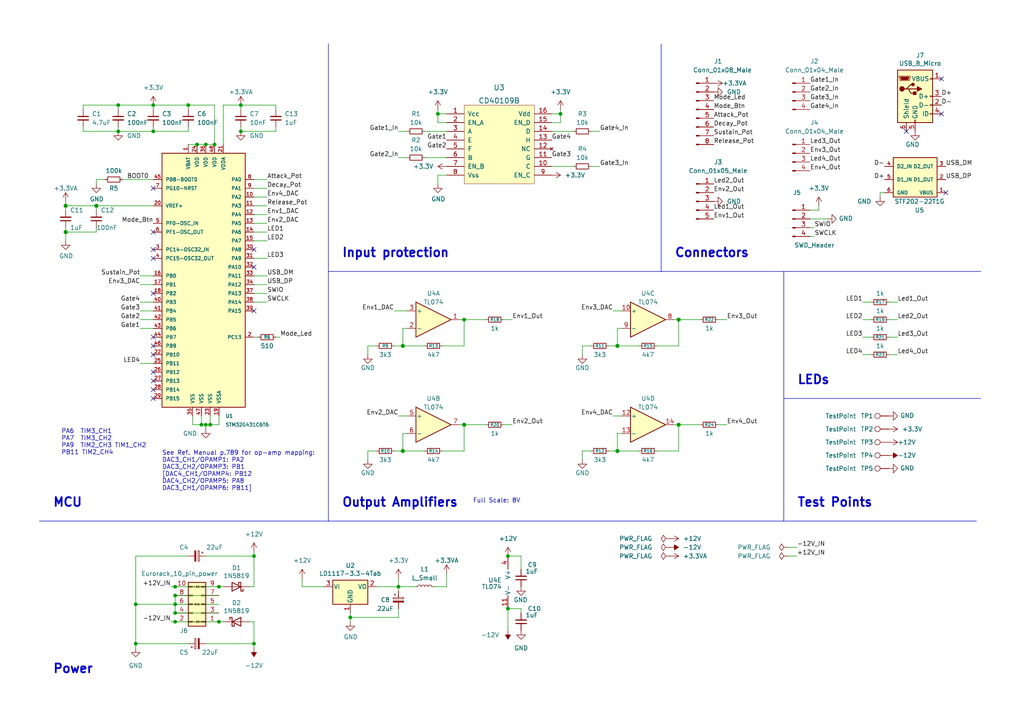
<source format=kicad_sch>
(kicad_sch (version 20230121) (generator eeschema)
  (paper "A4")
  (title_block (title "QuadEnv") (date "2023-10-26") (rev "3.0") (company "Mountjoy Modular"))
  (junction (at 19.05 59.69) (diameter 1.016))
  (junction (at 147.32 161.29))
  (junction (at 34.29 30.48))
  (junction (at 54.61 30.48))
  (junction (at 69.85 38.1))
  (junction (at 60.96 123.19))
  (junction (at 50.8 177.8))
  (junction (at 63.5 170.18))
  (junction (at 57.15 41.91))
  (junction (at 115.57 170.18))
  (junction (at 50.8 180.34))
  (junction (at 50.8 170.18))
  (junction (at 58.42 123.19))
  (junction (at 27.94 59.69) (diameter 1.016))
  (junction (at 39.37 186.69))
  (junction (at 134.62 92.71) (diameter 0.9144))
  (junction (at 59.69 123.19))
  (junction (at 44.45 38.1))
  (junction (at 59.69 41.91))
  (junction (at 50.8 175.26))
  (junction (at 34.29 38.1))
  (junction (at 73.66 161.29))
  (junction (at 69.85 30.48))
  (junction (at 39.37 175.26))
  (junction (at 50.8 172.72))
  (junction (at 179.07 130.81) (diameter 1.016))
  (junction (at 134.62 123.19) (diameter 1.016))
  (junction (at 196.85 123.19) (diameter 1.016))
  (junction (at 127 33.02))
  (junction (at 62.23 41.91))
  (junction (at 44.45 30.48))
  (junction (at 101.6 179.07))
  (junction (at 179.07 100.33) (diameter 1.016))
  (junction (at 19.05 67.31) (diameter 1.016))
  (junction (at 73.66 186.69))
  (junction (at 162.56 33.02))
  (junction (at 147.32 176.53))
  (junction (at 196.85 92.71) (diameter 1.016))
  (junction (at 116.84 100.33) (diameter 1.016))
  (junction (at 63.5 180.34))
  (junction (at 116.84 130.81) (diameter 1.016))
  (no_connect (at 44.45 85.09))
  (no_connect (at 44.45 74.93))
  (no_connect (at 44.45 97.79))
  (no_connect (at 44.45 102.87))
  (no_connect (at 73.66 72.39))
  (no_connect (at 44.45 107.95))
  (no_connect (at 274.32 55.88))
  (no_connect (at 44.45 67.31))
  (no_connect (at 44.45 110.49))
  (no_connect (at 44.45 100.33))
  (no_connect (at 273.05 22.86))
  (no_connect (at 273.05 33.02))
  (no_connect (at 44.45 113.03))
  (no_connect (at 73.66 77.47))
  (no_connect (at 44.45 54.61))
  (no_connect (at 73.66 90.17))
  (no_connect (at 44.45 72.39))
  (no_connect (at 262.89 38.1))
  (no_connect (at 44.45 115.57))
  (wire (pts (xy 19.05 58.42) (xy 19.05 59.69)))
  (wire (pts (xy 162.56 33.02) (xy 160.02 33.02)))
  (wire (pts (xy 190.5 100.33) (xy 196.85 100.33)))
  (wire (pts (xy 73.66 57.15) (xy 77.47 57.15)))
  (wire (pts (xy 81.28 97.79) (xy 80.01 97.79)))
  (wire (pts (xy 73.66 52.07) (xy 77.47 52.07)))
  (wire (pts (xy 180.34 90.17) (xy 177.8 90.17)))
  (wire (pts (xy 166.37 48.26) (xy 160.02 48.26)))
  (wire (pts (xy 27.94 52.07) (xy 30.48 52.07)))
  (wire (pts (xy 250.19 102.87) (xy 252.73 102.87)))
  (wire (pts (xy 19.05 67.31) (xy 19.05 69.85)))
  (wire (pts (xy 257.81 92.71) (xy 260.35 92.71)))
  (wire (pts (xy 59.69 41.91) (xy 62.23 41.91)))
  (wire (pts (xy 24.13 30.48) (xy 34.29 30.48)))
  (wire (pts (xy 59.69 123.19) (xy 59.69 124.46)))
  (wire (pts (xy 123.19 38.1) (xy 129.54 38.1)))
  (wire (pts (xy 115.57 45.72) (xy 118.11 45.72)))
  (wire (pts (xy 166.37 38.1) (xy 160.02 38.1)))
  (wire (pts (xy 195.58 92.71) (xy 196.85 92.71)))
  (wire (pts (xy 116.84 95.25) (xy 118.11 95.25)))
  (wire (pts (xy 257.81 102.87) (xy 260.35 102.87)))
  (wire (pts (xy 35.56 52.07) (xy 44.45 52.07)))
  (wire (pts (xy 62.23 41.91) (xy 62.23 30.48)))
  (wire (pts (xy 133.35 123.19) (xy 134.62 123.19)))
  (wire (pts (xy 34.29 30.48) (xy 34.29 31.75)))
  (wire (pts (xy 250.19 87.63) (xy 252.73 87.63)))
  (wire (pts (xy 55.88 120.65) (xy 55.88 123.19)))
  (wire (pts (xy 73.66 85.09) (xy 77.47 85.09)))
  (wire (pts (xy 129.54 35.56) (xy 127 35.56)))
  (polyline (pts (xy 95.25 151.13) (xy 283.21 151.13)))
  (wire (pts (xy 73.66 62.23) (xy 77.47 62.23)))
  (wire (pts (xy 39.37 187.96) (xy 39.37 186.69)))
  (wire (pts (xy 106.68 100.33) (xy 106.68 102.87)))
  (wire (pts (xy 73.66 74.93) (xy 77.47 74.93)))
  (wire (pts (xy 54.61 36.83) (xy 54.61 38.1)))
  (wire (pts (xy 176.53 100.33) (xy 179.07 100.33)))
  (wire (pts (xy 24.13 36.83) (xy 24.13 38.1)))
  (wire (pts (xy 106.68 130.81) (xy 106.68 133.35)))
  (wire (pts (xy 115.57 176.53) (xy 115.57 179.07)))
  (wire (pts (xy 63.5 172.72) (xy 50.8 172.72)))
  (wire (pts (xy 69.85 36.83) (xy 69.85 38.1)))
  (wire (pts (xy 24.13 31.75) (xy 24.13 30.48)))
  (wire (pts (xy 176.53 130.81) (xy 179.07 130.81)))
  (wire (pts (xy 73.66 180.34) (xy 73.66 186.69)))
  (wire (pts (xy 127 53.34) (xy 127 50.8)))
  (wire (pts (xy 72.39 180.34) (xy 73.66 180.34)))
  (wire (pts (xy 50.8 175.26) (xy 50.8 177.8)))
  (wire (pts (xy 168.91 130.81) (xy 168.91 133.35)))
  (wire (pts (xy 80.01 36.83) (xy 80.01 38.1)))
  (wire (pts (xy 87.63 167.64) (xy 87.63 170.18)))
  (wire (pts (xy 19.05 66.04) (xy 19.05 67.31)))
  (wire (pts (xy 69.85 31.75) (xy 69.85 30.48)))
  (wire (pts (xy 80.01 31.75) (xy 80.01 30.48)))
  (wire (pts (xy 255.27 55.88) (xy 256.54 55.88)))
  (wire (pts (xy 208.28 123.19) (xy 210.82 123.19)))
  (wire (pts (xy 127 31.75) (xy 127 33.02)))
  (wire (pts (xy 63.5 177.8) (xy 50.8 177.8)))
  (wire (pts (xy 179.07 130.81) (xy 179.07 125.73)))
  (wire (pts (xy 73.66 160.02) (xy 73.66 161.29)))
  (wire (pts (xy 39.37 175.26) (xy 39.37 186.69)))
  (wire (pts (xy 234.95 63.5) (xy 240.03 63.5)))
  (wire (pts (xy 195.58 123.19) (xy 196.85 123.19)))
  (wire (pts (xy 116.84 130.81) (xy 123.19 130.81)))
  (wire (pts (xy 73.66 67.31) (xy 77.47 67.31)))
  (wire (pts (xy 151.13 176.53) (xy 147.32 176.53)))
  (wire (pts (xy 34.29 38.1) (xy 44.45 38.1)))
  (wire (pts (xy 208.28 92.71) (xy 210.82 92.71)))
  (wire (pts (xy 44.45 30.48) (xy 44.45 31.75)))
  (wire (pts (xy 127 33.02) (xy 129.54 33.02)))
  (wire (pts (xy 101.6 179.07) (xy 101.6 180.34)))
  (wire (pts (xy 179.07 125.73) (xy 180.34 125.73)))
  (wire (pts (xy 39.37 175.26) (xy 50.8 175.26)))
  (wire (pts (xy 173.99 38.1) (xy 171.45 38.1)))
  (wire (pts (xy 116.84 100.33) (xy 116.84 95.25)))
  (wire (pts (xy 147.32 176.53) (xy 147.32 182.88)))
  (wire (pts (xy 40.64 87.63) (xy 44.45 87.63)))
  (wire (pts (xy 73.66 170.18) (xy 73.66 161.29)))
  (wire (pts (xy 179.07 100.33) (xy 185.42 100.33)))
  (wire (pts (xy 196.85 123.19) (xy 203.2 123.19)))
  (wire (pts (xy 27.94 59.69) (xy 27.94 60.96)))
  (wire (pts (xy 27.94 53.34) (xy 27.94 52.07)))
  (wire (pts (xy 127 35.56) (xy 127 33.02)))
  (wire (pts (xy 73.66 80.01) (xy 77.47 80.01)))
  (wire (pts (xy 234.95 66.04) (xy 236.22 66.04)))
  (wire (pts (xy 19.05 59.69) (xy 27.94 59.69)))
  (wire (pts (xy 44.45 38.1) (xy 54.61 38.1)))
  (wire (pts (xy 44.45 36.83) (xy 44.45 38.1)))
  (polyline (pts (xy 227.33 115.57) (xy 284.48 115.57)))
  (wire (pts (xy 151.13 161.29) (xy 151.13 165.1)))
  (wire (pts (xy 115.57 38.1) (xy 118.11 38.1)))
  (wire (pts (xy 73.66 64.77) (xy 77.47 64.77)))
  (wire (pts (xy 57.15 41.91) (xy 59.69 41.91)))
  (wire (pts (xy 134.62 130.81) (xy 134.62 123.19)))
  (wire (pts (xy 73.66 54.61) (xy 77.47 54.61)))
  (wire (pts (xy 116.84 130.81) (xy 116.84 125.73)))
  (wire (pts (xy 40.64 80.01) (xy 44.45 80.01)))
  (wire (pts (xy 234.95 60.96) (xy 237.49 60.96)))
  (wire (pts (xy 34.29 36.83) (xy 34.29 38.1)))
  (wire (pts (xy 146.05 92.71) (xy 148.59 92.71)))
  (wire (pts (xy 106.68 100.33) (xy 109.22 100.33)))
  (wire (pts (xy 114.3 100.33) (xy 116.84 100.33)))
  (wire (pts (xy 40.64 92.71) (xy 44.45 92.71)))
  (wire (pts (xy 236.22 68.58) (xy 234.95 68.58)))
  (wire (pts (xy 60.96 123.19) (xy 63.5 123.19)))
  (wire (pts (xy 134.62 100.33) (xy 134.62 92.71)))
  (wire (pts (xy 64.77 41.91) (xy 64.77 30.48)))
  (wire (pts (xy 27.94 59.69) (xy 44.45 59.69)))
  (wire (pts (xy 133.35 92.71) (xy 134.62 92.71)))
  (polyline (pts (xy 11.43 151.13) (xy 95.25 151.13)))
  (wire (pts (xy 109.22 170.18) (xy 115.57 170.18)))
  (wire (pts (xy 250.19 97.79) (xy 252.73 97.79)))
  (wire (pts (xy 64.77 30.48) (xy 69.85 30.48)))
  (wire (pts (xy 24.13 38.1) (xy 34.29 38.1)))
  (wire (pts (xy 44.45 82.55) (xy 40.64 82.55)))
  (wire (pts (xy 40.64 90.17) (xy 44.45 90.17)))
  (wire (pts (xy 134.62 123.19) (xy 140.97 123.19)))
  (wire (pts (xy 63.5 180.34) (xy 64.77 180.34)))
  (wire (pts (xy 58.42 120.65) (xy 58.42 123.19)))
  (wire (pts (xy 146.05 123.19) (xy 148.59 123.19)))
  (wire (pts (xy 49.53 180.34) (xy 50.8 180.34)))
  (wire (pts (xy 50.8 180.34) (xy 63.5 180.34)))
  (polyline (pts (xy 191.77 12.7) (xy 191.77 78.74)))
  (wire (pts (xy 50.8 170.18) (xy 63.5 170.18)))
  (wire (pts (xy 55.88 123.19) (xy 58.42 123.19)))
  (wire (pts (xy 54.61 30.48) (xy 62.23 30.48)))
  (wire (pts (xy 69.85 30.48) (xy 80.01 30.48)))
  (wire (pts (xy 180.34 120.65) (xy 177.8 120.65)))
  (wire (pts (xy 49.53 170.18) (xy 50.8 170.18)))
  (wire (pts (xy 196.85 100.33) (xy 196.85 92.71)))
  (wire (pts (xy 115.57 170.18) (xy 120.65 170.18)))
  (wire (pts (xy 114.3 130.81) (xy 116.84 130.81)))
  (wire (pts (xy 60.96 120.65) (xy 60.96 123.19)))
  (wire (pts (xy 179.07 95.25) (xy 180.34 95.25)))
  (wire (pts (xy 19.05 67.31) (xy 27.94 67.31)))
  (wire (pts (xy 39.37 161.29) (xy 39.37 175.26)))
  (wire (pts (xy 63.5 170.18) (xy 64.77 170.18)))
  (wire (pts (xy 59.69 186.69) (xy 73.66 186.69)))
  (wire (pts (xy 40.64 105.41) (xy 44.45 105.41)))
  (wire (pts (xy 87.63 170.18) (xy 93.98 170.18)))
  (wire (pts (xy 39.37 161.29) (xy 54.61 161.29)))
  (wire (pts (xy 160.02 35.56) (xy 162.56 35.56)))
  (wire (pts (xy 101.6 177.8) (xy 101.6 179.07)))
  (wire (pts (xy 114.3 90.17) (xy 118.11 90.17)))
  (wire (pts (xy 101.6 179.07) (xy 115.57 179.07)))
  (wire (pts (xy 118.11 120.65) (xy 115.57 120.65)))
  (wire (pts (xy 106.68 130.81) (xy 109.22 130.81)))
  (polyline (pts (xy 227.33 78.74) (xy 227.33 151.13)))
  (wire (pts (xy 128.27 130.81) (xy 134.62 130.81)))
  (wire (pts (xy 179.07 100.33) (xy 179.07 95.25)))
  (wire (pts (xy 134.62 92.71) (xy 140.97 92.71)))
  (polyline (pts (xy 191.77 78.74) (xy 95.25 78.74)))
  (wire (pts (xy 162.56 35.56) (xy 162.56 33.02)))
  (wire (pts (xy 151.13 176.53) (xy 151.13 177.8)))
  (wire (pts (xy 50.8 175.26) (xy 63.5 175.26)))
  (wire (pts (xy 129.54 170.18) (xy 129.54 166.37)))
  (wire (pts (xy 125.73 170.18) (xy 129.54 170.18)))
  (wire (pts (xy 50.8 172.72) (xy 50.8 175.26)))
  (wire (pts (xy 115.57 171.45) (xy 115.57 170.18)))
  (wire (pts (xy 147.32 161.29) (xy 151.13 161.29)))
  (wire (pts (xy 196.85 92.71) (xy 203.2 92.71)))
  (wire (pts (xy 190.5 130.81) (xy 196.85 130.81)))
  (wire (pts (xy 168.91 130.81) (xy 171.45 130.81)))
  (wire (pts (xy 162.56 31.75) (xy 162.56 33.02)))
  (polyline (pts (xy 95.25 12.7) (xy 95.25 151.13)))
  (wire (pts (xy 257.81 87.63) (xy 260.35 87.63)))
  (wire (pts (xy 168.91 100.33) (xy 168.91 102.87)))
  (wire (pts (xy 44.45 30.48) (xy 54.61 30.48)))
  (wire (pts (xy 173.99 48.26) (xy 171.45 48.26)))
  (wire (pts (xy 168.91 100.33) (xy 171.45 100.33)))
  (wire (pts (xy 237.49 60.96) (xy 237.49 59.69)))
  (wire (pts (xy 27.94 66.04) (xy 27.94 67.31)))
  (wire (pts (xy 40.64 95.25) (xy 44.45 95.25)))
  (wire (pts (xy 257.81 97.79) (xy 260.35 97.79)))
  (wire (pts (xy 54.61 41.91) (xy 57.15 41.91)))
  (wire (pts (xy 255.27 57.15) (xy 255.27 55.88)))
  (wire (pts (xy 34.29 30.48) (xy 44.45 30.48)))
  (wire (pts (xy 73.66 69.85) (xy 77.47 69.85)))
  (wire (pts (xy 74.93 97.79) (xy 73.66 97.79)))
  (wire (pts (xy 63.5 120.65) (xy 63.5 123.19)))
  (wire (pts (xy 59.69 161.29) (xy 73.66 161.29)))
  (wire (pts (xy 179.07 130.81) (xy 185.42 130.81)))
  (wire (pts (xy 73.66 59.69) (xy 77.47 59.69)))
  (wire (pts (xy 231.14 161.29) (xy 228.6 161.29)))
  (wire (pts (xy 72.39 170.18) (xy 73.66 170.18)))
  (wire (pts (xy 196.85 130.81) (xy 196.85 123.19)))
  (wire (pts (xy 127 50.8) (xy 129.54 50.8)))
  (wire (pts (xy 59.69 123.19) (xy 60.96 123.19)))
  (wire (pts (xy 73.66 82.55) (xy 77.47 82.55)))
  (wire (pts (xy 69.85 38.1) (xy 80.01 38.1)))
  (wire (pts (xy 58.42 123.19) (xy 59.69 123.19)))
  (wire (pts (xy 231.14 158.75) (xy 228.6 158.75)))
  (wire (pts (xy 73.66 186.69) (xy 73.66 187.96)))
  (wire (pts (xy 116.84 125.73) (xy 118.11 125.73)))
  (wire (pts (xy 123.19 45.72) (xy 129.54 45.72)))
  (polyline (pts (xy 191.77 78.74) (xy 284.48 78.74)))
  (wire (pts (xy 116.84 100.33) (xy 123.19 100.33)))
  (wire (pts (xy 73.66 87.63) (xy 77.47 87.63)))
  (wire (pts (xy 39.37 186.69) (xy 54.61 186.69)))
  (wire (pts (xy 128.27 100.33) (xy 134.62 100.33)))
  (wire (pts (xy 19.05 60.96) (xy 19.05 59.69)))
  (wire (pts (xy 54.61 30.48) (xy 54.61 31.75)))
  (wire (pts (xy 250.19 92.71) (xy 252.73 92.71)))
  (wire (pts (xy 115.57 167.64) (xy 115.57 170.18)))
  (text "See Ref. Manual p.789 for op-amp mapping:\nDAC3_CH1/OPAMP1: PA2\nDAC3_CH2/OPAMP3: PB1\n[DAC4_CH1/OPAMP4: PB12\nDAC4_CH2/OPAMP5: PA8\nDAC3_CH1/OPAMP6: PB11]\n\n\n\n" (at 46.99 148.59 0) (effects (font (size 1.27 1.27)) (justify left bottom)))
  (text "LEDs" (at 231.14 111.76 0) (effects (font (size 2.54 2.54) (thickness 0.508) bold) (justify left bottom)))
  (text "Full Scale: 8V" (at 137.16 146.05 0) (effects (font (size 1.27 1.27)) (justify left bottom)))
  (text "Output Amplifiers" (at 99.06 147.32 0) (effects (font (size 2.54 2.54) (thickness 0.508) bold) (justify left bottom)))
  (text "MCU" (at 15.24 147.32 0) (effects (font (size 2.54 2.54) (thickness 0.508) bold) (justify left bottom)))
  (text "Power" (at 15.24 195.58 0) (effects (font (size 2.54 2.54) (thickness 0.508) bold) (justify left bottom)))
  (text "Test Points" (at 231.14 147.32 0) (effects (font (size 2.54 2.54) (thickness 0.508) bold) (justify left bottom)))
  (text "PA6  TIM3_CH1\nPA7  TIM3_CH2\nPA9  TIM2_CH3 TIM1_CH2\nPB11 TIM2_CH4\n" (at 17.78 132.08 0) (effects (font (size 1.27 1.27)) (justify left bottom)))
  (text "Connectors" (at 195.58 74.93 0) (effects (font (size 2.54 2.54) (thickness 0.508) bold) (justify left bottom)))
  (text "Input protection" (at 99.06 74.93 0) (effects (font (size 2.54 2.54) (thickness 0.508) bold) (justify left bottom)))
  (label "Gate2" (at 129.54 43.18 180))
  (label "LED1" (at 250.19 87.63 180))
  (label "Led2_Out" (at 207.01 53.34 0))
  (label "-12V_IN" (at 49.53 180.34 180))
  (label "SWCLK" (at 236.22 68.58 0))
  (label "Mode_Btn" (at 44.45 64.77 180))
  (label "Mode_Btn" (at 207.01 31.75 0))
  (label "Env3_Out" (at 210.82 92.71 0))
  (label "Env3_DAC" (at 177.8 90.17 180))
  (label "USB_DP" (at 274.32 52.07 0))
  (label "Env2_Out" (at 207.01 55.88 0))
  (label "Gate2_In" (at 115.57 45.72 180))
  (label "LED4" (at 40.64 105.41 180))
  (label "LED3" (at 250.19 97.79 180))
  (label "Led3_Out" (at 260.35 97.79 0))
  (label "Gate2_In" (at 234.95 26.67 0))
  (label "Attack_Pot" (at 77.47 52.07 0))
  (label "Env1_DAC" (at 114.3 90.17 180))
  (label "LED4" (at 250.19 102.87 180))
  (label "Decay_Pot" (at 77.47 54.61 0))
  (label "SWCLK" (at 77.47 87.63 0))
  (label "Decay_Pot" (at 207.01 36.83 0))
  (label "Led4_Out" (at 234.95 46.99 0))
  (label "LED1" (at 77.47 67.31 0))
  (label "Gate1_In" (at 234.95 24.13 0))
  (label "Env1_DAC" (at 77.47 62.23 0))
  (label "Env2_DAC" (at 115.57 120.65 180))
  (label "Led3_Out" (at 234.95 41.91 0))
  (label "D+" (at 256.54 52.07 180))
  (label "USB_DP" (at 77.47 82.55 0))
  (label "Led2_Out" (at 260.35 92.71 0))
  (label "USB_DM" (at 274.32 48.26 0))
  (label "LED2" (at 250.19 92.71 180))
  (label "USB_DM" (at 77.47 80.01 0))
  (label "Gate1" (at 40.64 95.25 180))
  (label "Led1_Out" (at 260.35 87.63 0))
  (label "Attack_Pot" (at 207.01 34.29 0))
  (label "Release_Pot" (at 207.01 41.91 0))
  (label "-12V_IN" (at 231.14 158.75 0))
  (label "Env1_Out" (at 207.01 63.5 0))
  (label "Sustain_Pot" (at 40.64 80.01 180))
  (label "Env2_Out" (at 148.59 123.19 0))
  (label "D+" (at 273.05 27.94 0))
  (label "Gate1_In" (at 115.57 38.1 180))
  (label "Gate3" (at 40.64 90.17 180))
  (label "D-" (at 256.54 48.26 180))
  (label "Gate2" (at 40.64 92.71 180))
  (label "Release_Pot" (at 77.47 59.69 0))
  (label "Gate4_In" (at 234.95 31.75 0))
  (label "Gate3_In" (at 173.99 48.26 0))
  (label "SWIO" (at 77.47 85.09 0))
  (label "Led4_Out" (at 260.35 102.87 0))
  (label "Mode_Led" (at 81.28 97.79 0))
  (label "Gate4_In" (at 173.99 38.1 0))
  (label "Env4_Out" (at 234.95 49.53 0))
  (label "Env3_DAC" (at 40.64 82.55 180))
  (label "Env1_Out" (at 148.59 92.71 0))
  (label "Gate4" (at 160.02 40.64 0))
  (label "Env4_Out" (at 210.82 123.19 0))
  (label "Led1_Out" (at 207.01 60.96 0))
  (label "LED3" (at 77.47 74.93 0))
  (label "SWIO" (at 236.22 66.04 0))
  (label "Gate3_In" (at 234.95 29.21 0))
  (label "D-" (at 273.05 30.48 0))
  (label "BOOT0" (at 36.83 52.07 0))
  (label "Env2_DAC" (at 77.47 64.77 0))
  (label "Mode_Led" (at 207.01 29.21 0))
  (label "+12V_IN" (at 231.14 161.29 0))
  (label "Env3_Out" (at 234.95 44.45 0))
  (label "Gate1" (at 129.54 40.64 180))
  (label "+12V_IN" (at 49.53 170.18 180))
  (label "Env4_DAC" (at 77.47 57.15 0))
  (label "Gate4" (at 40.64 87.63 180))
  (label "LED2" (at 77.47 69.85 0))
  (label "Gate3" (at 160.02 45.72 0))
  (label "Sustain_Pot" (at 207.01 39.37 0))
  (label "Env4_DAC" (at 177.8 120.65 180))
  (symbol (lib_id "Amplifier_Operational:TL074") (at 187.96 123.19 0) (unit 4)
    (property "Reference" "U4" (at 187.96 115.57 0))
    (property "Value" "TL074" (at 187.96 118.11 0))
    (property "Footprint" "Package_SO:SOIC-14_3.9x8.7mm_P1.27mm" (effects hide))
    (property "Datasheet" "http://www.ti.com/lit/ds/symlink/tl071.pdf" (effects hide))
  )
  (symbol (lib_id "Device:C_Small") (at 24.13 34.29 0) (unit 1)
    (property "Reference" "C1" (at 26.67 33.0262 0) (effects (justify left)))
    (property "Value" "4.7uF" (at 26.67 35.5662 0) (effects (justify left)))
    (property "Footprint" "Capacitor_SMD:C_0603_1608Metric" (effects hide))
  )
  (symbol (lib_id "Amplifier_Operational:TL074") (at 125.73 92.71 0) (unit 1)
    (property "Reference" "U4" (at 125.73 85.09 0))
    (property "Value" "TL074" (at 125.73 87.63 0))
    (property "Footprint" "Package_SO:SOIC-14_3.9x8.7mm_P1.27mm" (effects hide))
    (property "Datasheet" "http://www.ti.com/lit/ds/symlink/tl071.pdf" (effects hide))
  )
  (symbol (lib_id "power:GND") (at 69.85 38.1 0) (unit 1)
    (property "Reference" "#PWR014" (effects hide))
    (property "Value" "GND" (at 72.39 39.3699 0) (effects (justify left)))
  )
  (symbol (lib_id "Device:C_Small") (at 151.13 180.34 180) (unit 1)
    (property "Reference" "C10" (at 153.035 176.53 0) (effects (justify right)))
    (property "Value" "1uF" (at 152.4 178.435 0) (effects (justify right)))
    (property "Footprint" "Capacitor_SMD:C_0603_1608Metric" (effects hide))
  )
  (symbol (lib_id "Device:R_Small") (at 33.02 52.07 90) (unit 1)
    (property "Reference" "R5" (at 33.02 54.61 90))
    (property "Value" "100k" (at 33.02 49.53 90))
    (property "Footprint" "Resistor_SMD:R_0603_1608Metric" (effects hide))
    (property "Part_Number" "C25803" (effects hide))
  )
  (symbol (lib_id "Device:C_Small") (at 151.13 167.64 180) (unit 1)
    (property "Reference" "C9" (at 153.035 163.83 0) (effects (justify right)))
    (property "Value" "1uF" (at 152.4 165.735 0) (effects (justify right)))
    (property "Footprint" "Capacitor_SMD:C_0603_1608Metric" (effects hide))
  )
  (symbol (lib_id "Device:R_Small") (at 125.73 130.81 270) (mirror x) (unit 1)
    (property "Reference" "R14" (at 125.73 130.81 90) (effects (font (size 0.9 0.9))))
    (property "Value" "4k7" (at 125.73 133.35 90))
    (property "Footprint" "Resistor_SMD:R_0603_1608Metric" (effects hide))
    (property "Part_Number" "C23162" (effects hide))
  )
  (symbol (lib_id "power:GND") (at 255.27 57.15 0) (unit 1)
    (property "Reference" "#PWR03" (effects hide))
    (property "Value" "GND" (at 252.73 58.4199 0) (effects (justify right)))
  )
  (symbol (lib_id "Device:R_Small") (at 205.74 123.19 90) (unit 1)
    (property "Reference" "R24" (at 205.74 123.19 90) (effects (font (size 0.9 0.9))))
    (property "Value" "1k" (at 205.74 125.73 90))
    (property "Footprint" "Resistor_SMD:R_0603_1608Metric" (effects hide))
    (property "Part_Number" "C21190" (effects hide))
  )
  (symbol (lib_id "Device:C_Polarized_Small") (at 57.15 161.29 270) (unit 1)
    (property "Reference" "C4" (at 53.34 158.75 90))
    (property "Value" "22uF" (at 62.23 158.75 90))
    (property "Footprint" "Capacitor_SMD:CP_Elec_4x5.8" (effects hide))
  )
  (symbol (lib_id "Device:C_Small") (at 69.85 34.29 0) (unit 1)
    (property "Reference" "C7" (at 72.39 33.0262 0) (effects (justify left)))
    (property "Value" "10nF" (at 72.39 35.5662 0) (effects (justify left)))
    (property "Footprint" "Capacitor_SMD:C_0603_1608Metric" (effects hide))
  )
  (symbol (lib_id "Device:C_Small") (at 34.29 34.29 0) (unit 1)
    (property "Reference" "C2" (at 36.83 33.0262 0) (effects (justify left)))
    (property "Value" "100nF" (at 36.83 35.5662 0) (effects (justify left)))
    (property "Footprint" "Capacitor_SMD:C_0603_1608Metric" (effects hide))
  )
  (symbol (lib_id "Device:C_Small") (at 19.05 63.5 180) (unit 1)
    (property "Reference" "C11" (at 20.32 60.9599 0) (effects (justify right)))
    (property "Value" "1uF" (at 20.32 66.0399 0) (effects (justify right)))
    (property "Footprint" "Capacitor_SMD:C_0603_1608Metric" (effects hide))
    (property "Part_Number" "C15849" (effects hide))
  )
  (symbol (lib_id "Connector:Conn_01x05_Pin") (at 201.93 58.42 0) (unit 1)
    (property "Reference" "J3" (at 208.28 46.99 0))
    (property "Value" "Conn_01x05_Male" (at 208.28 49.53 0))
    (property "Footprint" "Connector_PinHeader_2.54mm:PinHeader_1x05_P2.54mm_Vertical" (effects hide))
  )
  (symbol (lib_id "Device:R_Small") (at 111.76 130.81 270) (unit 1)
    (property "Reference" "R10" (at 111.76 130.81 90) (effects (font (size 0.9 0.9))))
    (property "Value" "3k3" (at 111.76 133.35 90))
    (property "Footprint" "Resistor_SMD:R_0603_1608Metric" (effects hide))
    (property "Part_Number" "C22978" (effects hide))
  )
  (symbol (lib_id "power:+3.3VA") (at 19.05 58.42 0) (unit 1)
    (property "Reference" "#PWR023" (effects hide))
    (property "Value" "+3.3VA" (at 19.05 54.61 0))
  )
  (symbol (lib_id "power:GND") (at 151.13 170.18 0) (unit 1)
    (property "Reference" "#PWR031" (effects hide))
    (property "Value" "GND" (at 153.035 173.99 0) (effects (justify right)))
  )
  (symbol (lib_id "power:PWR_FLAG") (at 194.31 158.75 90) (mirror x) (unit 1)
    (property "Reference" "#FLG04" (effects hide))
    (property "Value" "PWR_FLAG" (at 189.23 158.7499 90) (effects (justify left)))
  )
  (symbol (lib_id "Device:R_Small") (at 120.65 38.1 90) (unit 1)
    (property "Reference" "R1" (at 120.65 33.02 90))
    (property "Value" "10k" (at 120.65 35.56 90))
    (property "Footprint" "Resistor_SMD:R_0603_1608Metric" (effects hide))
    (property "Part_Number" "C23162" (effects hide))
  )
  (symbol (lib_id "Device:R_Small") (at 205.74 92.71 90) (unit 1)
    (property "Reference" "R22" (at 205.74 92.71 90) (effects (font (size 0.9 0.9))))
    (property "Value" "1k" (at 205.74 95.25 90))
    (property "Footprint" "Resistor_SMD:R_0603_1608Metric" (effects hide))
    (property "Part_Number" "C21190" (effects hide))
  )
  (symbol (lib_id "Device:R_Small") (at 168.91 48.26 90) (unit 1)
    (property "Reference" "R4" (at 168.91 43.18 90))
    (property "Value" "10k" (at 168.91 45.72 90))
    (property "Footprint" "Resistor_SMD:R_0603_1608Metric" (effects hide))
    (property "Part_Number" "C23162" (effects hide))
  )
  (symbol (lib_id "power:GND") (at 127 53.34 0) (unit 1)
    (property "Reference" "#PWR019" (effects hide))
    (property "Value" "GND" (at 127.127 57.7342 0))
  )
  (symbol (lib_id "Device:R_Small") (at 173.99 100.33 270) (unit 1)
    (property "Reference" "R11" (at 173.99 100.33 90) (effects (font (size 0.9 0.9))))
    (property "Value" "3k3" (at 173.99 102.87 90))
    (property "Footprint" "Resistor_SMD:R_0603_1608Metric" (effects hide))
    (property "Part_Number" "C22978" (effects hide))
  )
  (symbol (lib_id "Device:C_Polarized_Small") (at 115.57 173.99 0) (unit 1)
    (property "Reference" "C8" (at 111.76 173.99 0))
    (property "Value" "22uF" (at 111.76 176.53 0))
    (property "Footprint" "Capacitor_SMD:CP_Elec_4x5.8" (effects hide))
  )
  (symbol (lib_id "power:+12V") (at 194.31 156.21 270) (unit 1)
    (property "Reference" "#PWR041" (effects hide))
    (property "Value" "+12V" (at 198.12 156.2099 90) (effects (justify left)))
  )
  (symbol (lib_id "STM32:STM32G431C6T6") (at 59.69 77.47 0) (unit 1)
    (property "Reference" "U1" (at 65.3797 120.65 0) (effects (font (size 1.016 1.016)) (justify left)))
    (property "Value" "STM32G431C6T6" (at 65.3797 123.19 0) (effects (font (size 1.016 1.016)) (justify left)))
    (property "Footprint" "Package_QFP:LQFP-48_7x7mm_P0.5mm" (effects hide))
    (property "MANUFACTURER" "STMicroelectronics" (effects hide))
    (property "MAXIMUM_PACKAGE_HEIGHT" "0.60mm" (effects hide))
    (property "PARTREV" "4" (effects hide))
    (property "STANDARD" "IPC 7351B" (effects hide))
  )
  (symbol (lib_id "power:+3.3VA") (at 69.85 30.48 0) (unit 1)
    (property "Reference" "#PWR0101" (effects hide))
    (property "Value" "+3.3VA" (at 69.85 26.67 0))
  )
  (symbol (lib_id "power:GND") (at 106.68 133.35 0) (mirror y) (unit 1)
    (property "Reference" "#PWR038" (effects hide))
    (property "Value" "GND" (at 106.68 137.16 0))
  )
  (symbol (lib_id "Device:R_Small") (at 168.91 38.1 90) (unit 1)
    (property "Reference" "R3" (at 168.91 33.02 90))
    (property "Value" "10k" (at 168.91 35.56 90))
    (property "Footprint" "Resistor_SMD:R_0603_1608Metric" (effects hide))
    (property "Part_Number" "C23162" (effects hide))
  )
  (symbol (lib_name "+3.3V_1") (lib_id "power:+3.3V") (at 162.56 31.75 0) (unit 1)
    (property "Reference" "#PWR0109" (effects hide))
    (property "Value" "+3.3V" (at 162.56 26.67 0))
  )
  (symbol (lib_id "Device:R_Small") (at 255.27 102.87 90) (unit 1)
    (property "Reference" "R23" (at 255.27 102.87 90) (effects (font (size 0.9 0.9))))
    (property "Value" "1k" (at 255.27 100.33 90))
    (property "Footprint" "Resistor_SMD:R_0603_1608Metric" (effects hide))
    (property "Part_Number" "C21190" (effects hide))
  )
  (symbol (lib_name "+3.3V_1") (lib_id "power:+3.3V") (at 237.49 59.69 0) (unit 1)
    (property "Reference" "#PWR0104" (effects hide))
    (property "Value" "+3.3V" (at 237.49 54.61 0))
  )
  (symbol (lib_id "Device:R_Small") (at 255.27 92.71 90) (unit 1)
    (property "Reference" "R19" (at 255.27 92.71 90) (effects (font (size 0.9 0.9))))
    (property "Value" "1k" (at 255.27 90.17 90))
    (property "Footprint" "Resistor_SMD:R_0603_1608Metric" (effects hide))
    (property "Part_Number" "C21190" (effects hide))
  )
  (symbol (lib_id "Device:C_Small") (at 44.45 34.29 0) (unit 1)
    (property "Reference" "C3" (at 46.99 33.0262 0) (effects (justify left)))
    (property "Value" "100nF" (at 46.99 35.5662 0) (effects (justify left)))
    (property "Footprint" "Capacitor_SMD:C_0603_1608Metric" (effects hide))
  )
  (symbol (lib_id "Amplifier_Operational:TL074") (at 149.86 168.91 0) (unit 5)
    (property "Reference" "U4" (at 141.605 168.275 0) (effects (justify left)))
    (property "Value" "TL074" (at 139.7 170.18 0) (effects (justify left)))
    (property "Footprint" "Package_SO:SOIC-14_3.9x8.7mm_P1.27mm" (effects hide))
    (property "Datasheet" "http://www.ti.com/lit/ds/symlink/tl071.pdf" (effects hide))
  )
  (symbol (lib_id "power:-12V") (at 194.31 158.75 270) (mirror x) (unit 1)
    (property "Reference" "#PWR042" (effects hide))
    (property "Value" "-12V" (at 198.12 158.7499 90) (effects (justify left)))
  )
  (symbol (lib_name "+3.3V_1") (lib_id "power:+3.3V") (at 127 31.75 0) (unit 1)
    (property "Reference" "#PWR0107" (effects hide))
    (property "Value" "+3.3V" (at 127 26.67 0))
  )
  (symbol (lib_id "power:GND") (at 257.81 120.65 90) (unit 1)
    (property "Reference" "#PWR01" (effects hide))
    (property "Value" "GND" (at 261.0612 120.523 90) (effects (justify right)))
  )
  (symbol (lib_id "Connector:TestPoint") (at 257.81 124.46 90) (unit 1)
    (property "Reference" "TP2" (at 251.46 124.46 90))
    (property "Value" "TestPoint" (at 243.84 124.46 90))
    (property "Footprint" "Custom_Footprints:1mm_Test_Point" (effects hide))
  )
  (symbol (lib_id "power:GND") (at 101.6 180.34 0) (unit 1)
    (property "Reference" "#PWR016" (effects hide))
    (property "Value" "GND" (at 101.727 184.7342 0))
  )
  (symbol (lib_id "power:GND") (at 59.69 124.46 0) (unit 1)
    (property "Reference" "#PWR010" (effects hide))
    (property "Value" "GND" (at 57.15 125.7299 0) (effects (justify right)))
  )
  (symbol (lib_id "power:+12V") (at 257.81 128.27 270) (unit 1)
    (property "Reference" "#PWR013" (effects hide))
    (property "Value" "+12V" (at 260.35 128.27 90) (effects (justify left)))
  )
  (symbol (lib_id "power:-12V") (at 257.81 132.08 270) (unit 1)
    (property "Reference" "#PWR018" (effects hide))
    (property "Value" "-12V" (at 260.35 132.08 90) (effects (justify left)))
  )
  (symbol (lib_id "Device:C_Small") (at 27.94 63.5 180) (unit 1)
    (property "Reference" "C12" (at 29.21 60.9599 0) (effects (justify right)))
    (property "Value" "100nF" (at 27.94 66.0399 0) (effects (justify right)))
    (property "Footprint" "Capacitor_SMD:C_0603_1608Metric" (effects hide))
    (property "Part_Number" "C14663" (effects hide))
  )
  (symbol (lib_id "power:+12V") (at 147.32 161.29 0) (unit 1)
    (property "Reference" "#PWR029" (effects hide))
    (property "Value" "+12V" (at 147.32 156.21 0))
  )
  (symbol (lib_id "power:GND") (at 106.68 102.87 0) (unit 1)
    (property "Reference" "#PWR037" (effects hide))
    (property "Value" "GND" (at 106.68 106.68 0))
  )
  (symbol (lib_id "Device:R_Small") (at 77.47 97.79 270) (unit 1)
    (property "Reference" "R6" (at 77.47 97.79 90) (effects (font (size 0.9 0.9))))
    (property "Value" "510" (at 77.47 100.33 90))
    (property "Footprint" "Resistor_SMD:R_0603_1608Metric" (effects hide))
    (property "Part_Number" "C22978" (effects hide))
  )
  (symbol (lib_id "Device:L_Small") (at 123.19 170.18 90) (unit 1)
    (property "Reference" "L1" (at 123.19 165.1 90))
    (property "Value" "L_Small" (at 123.19 167.64 90))
    (property "Footprint" "Inductor_SMD:L_0805_2012Metric_Pad1.05x1.20mm_HandSolder" (effects hide))
  )
  (symbol (lib_id "power:+12V") (at 87.63 167.64 0) (unit 1)
    (property "Reference" "#PWR015" (effects hide))
    (property "Value" "+12V" (at 87.63 162.56 0))
  )
  (symbol (lib_id "Device:C_Polarized_Small") (at 57.15 186.69 90) (unit 1)
    (property "Reference" "C5" (at 53.34 189.23 90))
    (property "Value" "22uF" (at 60.96 189.23 90))
    (property "Footprint" "Capacitor_SMD:CP_Elec_4x5.8" (effects hide))
  )
  (symbol (lib_id "Connector:Conn_01x08_Pin") (at 201.93 31.75 0) (unit 1)
    (property "Reference" "J1" (at 208.28 17.78 0))
    (property "Value" "Conn_01x08_Male" (at 209.55 20.32 0))
    (property "Footprint" "Connector_PinHeader_2.54mm:PinHeader_1x08_P2.54mm_Vertical" (effects hide))
  )
  (symbol (lib_id "Device:R_Small") (at 143.51 123.19 90) (unit 1)
    (property "Reference" "R20" (at 143.51 123.19 90) (effects (font (size 0.9 0.9))))
    (property "Value" "1k" (at 143.51 125.73 90))
    (property "Footprint" "Resistor_SMD:R_0603_1608Metric" (effects hide))
    (property "Part_Number" "C21190" (effects hide))
  )
  (symbol (lib_id "Connector:USB_B_Micro") (at 265.43 27.94 0) (unit 1)
    (property "Reference" "J7" (at 266.8778 16.0782 0))
    (property "Value" "USB_B_Micro" (at 266.8778 18.3896 0))
    (property "Footprint" "Custom_Footprints:USB_Micro-B_Amphenol" (effects hide))
  )
  (symbol (lib_id "LD1117-3.3-4Tab:LD1117-3.3-4Tab") (at 101.6 170.18 0) (unit 1)
    (property "Reference" "U2" (at 101.6 164.0332 0))
    (property "Value" "LD1117-3.3-4Tab" (at 101.6 166.3446 0))
    (property "Footprint" "Package_TO_SOT_SMD:SOT-223-3_TabPin2" (effects hide))
    (property "Datasheet" "http://www.diodes.com/datasheets/AP1117.pdf" (effects hide))
  )
  (symbol (lib_id "power:GND") (at 207.01 26.67 90) (mirror x) (unit 1)
    (property "Reference" "#PWR02" (effects hide))
    (property "Value" "GND" (at 210.82 26.67 90) (effects (justify right)))
  )
  (symbol (lib_id "power:GND") (at 240.03 63.5 90) (unit 1)
    (property "Reference" "#PWR06" (effects hide))
    (property "Value" "GND" (at 243.2812 63.373 90) (effects (justify right)))
  )
  (symbol (lib_id "power:+3.3VA") (at 129.54 166.37 0) (unit 1)
    (property "Reference" "#PWR0103" (effects hide))
    (property "Value" "+3.3VA" (at 129.54 162.56 0))
  )
  (symbol (lib_id "Diode:1N5819") (at 68.58 170.18 180) (unit 1)
    (property "Reference" "D1" (at 68.58 164.6936 0))
    (property "Value" "1N5819" (at 68.58 167.005 0))
    (property "Footprint" "Diode_SMD:D_SOD-123" (effects hide))
    (property "Datasheet" "https://datasheet.lcsc.com/szlcsc/Changjiang-Electronics-Tech-CJ-B5819W_C8598.pdf" (effects hide))
    (property "Part_Number" "C8598" (effects hide))
  )
  (symbol (lib_id "power:GND") (at 151.13 182.88 0) (unit 1)
    (property "Reference" "#PWR032" (effects hide))
    (property "Value" "GND" (at 151.13 187.96 0))
  )
  (symbol (lib_id "Device:R_Small") (at 173.99 130.81 270) (unit 1)
    (property "Reference" "R12" (at 173.99 130.81 90) (effects (font (size 0.9 0.9))))
    (property "Value" "3k3" (at 173.99 133.35 90))
    (property "Footprint" "Resistor_SMD:R_0603_1608Metric" (effects hide))
    (property "Part_Number" "C22978" (effects hide))
  )
  (symbol (lib_id "power:GND") (at 168.91 133.35 0) (mirror y) (unit 1)
    (property "Reference" "#PWR040" (effects hide))
    (property "Value" "GND" (at 168.91 137.16 0))
  )
  (symbol (lib_id "power:-12V") (at 73.66 187.96 180) (unit 1)
    (property "Reference" "#PWR012" (effects hide))
    (property "Value" "-12V" (at 73.66 193.04 0))
  )
  (symbol (lib_id "STF202-22T1G:STF202-22T1G") (at 265.43 52.07 0) (unit 1)
    (property "Reference" "U5" (at 266.7 60.96 0))
    (property "Value" "STF202-22T1G" (at 266.7 58.42 0))
    (property "Footprint" "Custom_Footprints:STF202-22T1G" (effects hide))
    (property "MF" "ON Semiconductor" (effects hide))
    (property "DESCRIPTION" "RC (Pi) EMI Filter 2nd Order Low Pass 2 Channel R = 22Ohms, C = 68pF SC-74, SOT-457" (effects hide))
    (property "PACKAGE" "TSOP-6 ON Semiconductor" (effects hide))
    (property "PRICE" "None" (effects hide))
    (property "MP" "STF202-22T1G" (effects hide))
    (property "AVAILABILITY" "In Stock" (effects hide))
    (property "PURCHASE-URL" "https://pricing.snapeda.com/search/part/STF202-22T1G/?ref=eda" (effects hide))
  )
  (symbol (lib_id "power:+3.3VA") (at 194.31 161.29 270) (mirror x) (unit 1)
    (property "Reference" "#PWR0112" (effects hide))
    (property "Value" "+3.3VA" (at 198.12 161.2899 90) (effects (justify left)))
  )
  (symbol (lib_id "Device:R_Small") (at 187.96 130.81 270) (mirror x) (unit 1)
    (property "Reference" "R16" (at 187.96 130.81 90) (effects (font (size 0.9 0.9))))
    (property "Value" "4k7" (at 187.96 133.35 90))
    (property "Footprint" "Resistor_SMD:R_0603_1608Metric" (effects hide))
    (property "Part_Number" "C23162" (effects hide))
  )
  (symbol (lib_id "power:PWR_FLAG") (at 194.31 161.29 90) (mirror x) (unit 1)
    (property "Reference" "#FLG0101" (effects hide))
    (property "Value" "PWR_FLAG" (at 189.23 161.2899 90) (effects (justify left)))
  )
  (symbol (lib_id "Device:R_Small") (at 187.96 100.33 270) (mirror x) (unit 1)
    (property "Reference" "R15" (at 187.96 100.33 90) (effects (font (size 0.9 0.9))))
    (property "Value" "4k7" (at 187.96 102.87 90))
    (property "Footprint" "Resistor_SMD:R_0603_1608Metric" (effects hide))
    (property "Part_Number" "C23162" (effects hide))
  )
  (symbol (lib_id "power:PWR_FLAG") (at 228.6 161.29 90) (mirror x) (unit 1)
    (property "Reference" "#FLG02" (effects hide))
    (property "Value" "PWR_FLAG" (at 223.52 161.2899 90) (effects (justify left)))
  )
  (symbol (lib_id "Amplifier_Operational:TL074") (at 187.96 92.71 0) (unit 3)
    (property "Reference" "U4" (at 187.96 85.09 0))
    (property "Value" "TL074" (at 187.96 87.63 0))
    (property "Footprint" "Package_SO:SOIC-14_3.9x8.7mm_P1.27mm" (effects hide))
    (property "Datasheet" "http://www.ti.com/lit/ds/symlink/tl071.pdf" (effects hide))
  )
  (symbol (lib_id "Connector:TestPoint") (at 257.81 132.08 90) (unit 1)
    (property "Reference" "TP4" (at 251.46 132.08 90))
    (property "Value" "TestPoint" (at 243.84 132.08 90))
    (property "Footprint" "Custom_Footprints:1mm_Test_Point" (effects hide))
  )
  (symbol (lib_id "power:GND") (at 39.37 187.96 0) (unit 1)
    (property "Reference" "#PWR07" (effects hide))
    (property "Value" "GND" (at 39.37 193.04 0))
  )
  (symbol (lib_id "power:+3.3VA") (at 207.01 24.13 270) (unit 1)
    (property "Reference" "#PWR0102" (effects hide))
    (property "Value" "+3.3VA" (at 209.55 24.13 90) (effects (justify left)))
  )
  (symbol (lib_id "power:+12V") (at 73.66 160.02 0) (unit 1)
    (property "Reference" "#PWR011" (effects hide))
    (property "Value" "+12V" (at 73.66 154.94 0))
  )
  (symbol (lib_id "Connector:TestPoint") (at 257.81 135.89 90) (unit 1)
    (property "Reference" "TP5" (at 251.46 135.89 90))
    (property "Value" "TestPoint" (at 243.84 135.89 90))
    (property "Footprint" "Custom_Footprints:1mm_Test_Point" (effects hide))
  )
  (symbol (lib_id "Diode:1N5819") (at 68.58 180.34 0) (unit 1)
    (property "Reference" "D2" (at 68.58 174.8536 0))
    (property "Value" "1N5819" (at 68.58 177.165 0))
    (property "Footprint" "Diode_SMD:D_SOD-123" (effects hide))
    (property "Datasheet" "https://datasheet.lcsc.com/szlcsc/Changjiang-Electronics-Tech-CJ-B5819W_C8598.pdf" (effects hide))
    (property "Part_Number" "C8598" (effects hide))
  )
  (symbol (lib_id "Device:R_Small") (at 125.73 100.33 270) (mirror x) (unit 1)
    (property "Reference" "R13" (at 125.73 100.33 90) (effects (font (size 0.9 0.9))))
    (property "Value" "4k7" (at 125.73 102.87 90))
    (property "Footprint" "Resistor_SMD:R_0603_1608Metric" (effects hide))
    (property "Part_Number" "C23162" (effects hide))
  )
  (symbol (lib_id "Device:R_Small") (at 255.27 87.63 90) (unit 1)
    (property "Reference" "R17" (at 255.27 87.63 90) (effects (font (size 0.9 0.9))))
    (property "Value" "1k" (at 255.27 85.09 90))
    (property "Footprint" "Resistor_SMD:R_0603_1608Metric" (effects hide))
    (property "Part_Number" "C21190" (effects hide))
  )
  (symbol (lib_id "Amplifier_Operational:TL074") (at 125.73 123.19 0) (unit 2)
    (property "Reference" "U4" (at 125.73 115.57 0))
    (property "Value" "TL074" (at 125.73 118.11 0))
    (property "Footprint" "Package_SO:SOIC-14_3.9x8.7mm_P1.27mm" (effects hide))
    (property "Datasheet" "http://www.ti.com/lit/ds/symlink/tl071.pdf" (effects hide))
  )
  (symbol (lib_id "Device:R_Small") (at 255.27 97.79 90) (unit 1)
    (property "Reference" "R21" (at 255.27 97.79 90) (effects (font (size 0.9 0.9))))
    (property "Value" "1k" (at 255.27 95.25 90))
    (property "Footprint" "Resistor_SMD:R_0603_1608Metric" (effects hide))
    (property "Part_Number" "C21190" (effects hide))
  )
  (symbol (lib_id "Connector:TestPoint") (at 257.81 120.65 90) (unit 1)
    (property "Reference" "TP1" (at 251.46 120.65 90))
    (property "Value" "TestPoint" (at 243.84 120.65 90))
    (property "Footprint" "Custom_Footprints:1mm_Test_Point" (effects hide))
  )
  (symbol (lib_id "Connector:Conn_01x04_Pin") (at 229.87 44.45 0) (unit 1)
    (property "Reference" "J4" (at 236.22 35.56 0))
    (property "Value" "Conn_01x04_Male" (at 236.22 38.1 0))
    (property "Footprint" "Connector_PinHeader_2.54mm:PinHeader_1x04_P2.54mm_Vertical" (effects hide))
  )
  (symbol (lib_id "Connector:Conn_01x04_Pin") (at 229.87 63.5 0) (unit 1)
    (property "Reference" "J5" (at 231.14 55.88 0))
    (property "Value" "SWD_Header" (at 236.22 71.12 0))
    (property "Footprint" "Custom_Footprints:SWD_header" (effects hide))
  )
  (symbol (lib_id "power:GND") (at 207.01 58.42 90) (mirror x) (unit 1)
    (property "Reference" "#PWR0113" (effects hide))
    (property "Value" "GND" (at 210.82 58.4199 90) (effects (justify right)))
  )
  (symbol (lib_name "+3.3V_1") (lib_id "power:+3.3V") (at 160.02 50.8 270) (unit 1)
    (property "Reference" "#PWR0110" (effects hide))
    (property "Value" "+3.3V" (at 163.83 50.7999 90) (effects (justify left)))
  )
  (symbol (lib_id "power:GND") (at 168.91 102.87 0) (mirror y) (unit 1)
    (property "Reference" "#PWR039" (effects hide))
    (property "Value" "GND" (at 168.91 106.68 0))
  )
  (symbol (lib_name "+3.3V_1") (lib_id "power:+3.3V") (at 129.54 48.26 90) (unit 1)
    (property "Reference" "#PWR0105" (effects hide))
    (property "Value" "+3.3V" (at 125.73 48.2599 90) (effects (justify left)))
  )
  (symbol (lib_id "CD40109B:CD40109B") (at 151.13 40.64 0) (unit 1)
    (property "Reference" "U3" (at 144.78 25.4 0) (effects (font (size 1.524 1.524))))
    (property "Value" "CD40109B" (at 144.78 29.21 0) (effects (font (size 1.524 1.524))))
    (property "Footprint" "Package_SO:TSSOP-16_4.4x5mm_P0.65mm" (effects hide))
  )
  (symbol (lib_id "Connector:TestPoint") (at 257.81 128.27 90) (unit 1)
    (property "Reference" "TP3" (at 251.46 128.27 90))
    (property "Value" "TestPoint" (at 243.84 128.27 90))
    (property "Footprint" "Custom_Footprints:1mm_Test_Point" (effects hide))
  )
  (symbol (lib_id "Device:C_Small") (at 80.01 34.29 180) (unit 1)
    (property "Reference" "C13" (at 82.55 33.02 0) (effects (justify right)))
    (property "Value" "1uF" (at 82.55 35.56 0) (effects (justify right)))
    (property "Footprint" "Capacitor_SMD:C_0603_1608Metric" (effects hide))
    (property "Part_Number" "C15849" (effects hide))
  )
  (symbol (lib_id "power:GND") (at 34.29 38.1 0) (unit 1)
    (property "Reference" "#PWR08" (effects hide))
    (property "Value" "GND" (at 36.83 39.3699 0) (effects (justify left)))
  )
  (symbol (lib_id "power:GND") (at 27.94 53.34 0) (unit 1)
    (property "Reference" "#PWR022" (effects hide))
    (property "Value" "GND" (at 28.067 57.7342 0))
  )
  (symbol (lib_id "Device:R_Small") (at 120.65 45.72 90) (unit 1)
    (property "Reference" "R2" (at 120.65 40.64 90))
    (property "Value" "10k" (at 120.65 43.18 90))
    (property "Footprint" "Resistor_SMD:R_0603_1608Metric" (effects hide))
    (property "Part_Number" "C23162" (effects hide))
  )
  (symbol (lib_id "power:GND") (at 257.81 135.89 90) (unit 1)
    (property "Reference" "#PWR020" (effects hide))
    (property "Value" "GND" (at 261.0612 135.763 90) (effects (justify right)))
  )
  (symbol (lib_id "power:PWR_FLAG") (at 194.31 156.21 90) (mirror x) (unit 1)
    (property "Reference" "#FLG03" (effects hide))
    (property "Value" "PWR_FLAG" (at 189.23 156.2099 90) (effects (justify left)))
  )
  (symbol (lib_id "power:PWR_FLAG") (at 228.6 158.75 90) (mirror x) (unit 1)
    (property "Reference" "#FLG01" (effects hide))
    (property "Value" "PWR_FLAG" (at 223.52 158.7499 90) (effects (justify left)))
  )
  (symbol (lib_id "power:GND") (at 265.43 38.1 0) (unit 1)
    (property "Reference" "#PWR0111" (effects hide))
    (property "Value" "GND" (at 266.7 41.91 0) (effects (justify right)))
  )
  (symbol (lib_name "+3.3V_1") (lib_id "power:+3.3V") (at 115.57 167.64 0) (unit 1)
    (property "Reference" "#PWR017" (effects hide))
    (property "Value" "+3.3V" (at 115.57 162.56 0))
  )
  (symbol (lib_name "+3.3V_1") (lib_id "power:+3.3V") (at 257.81 124.46 270) (unit 1)
    (property "Reference" "#PWR0108" (effects hide))
    (property "Value" "+3.3V" (at 261.62 124.4599 90) (effects (justify left)))
  )
  (symbol (lib_id "power:GND") (at 19.05 69.85 0) (unit 1)
    (property "Reference" "#PWR024" (effects hide))
    (property "Value" "GND" (at 19.177 74.2442 0))
  )
  (symbol (lib_id "Device:R_Small") (at 111.76 100.33 270) (unit 1)
    (property "Reference" "R9" (at 111.76 100.33 90) (effects (font (size 0.9 0.9))))
    (property "Value" "3k3" (at 111.76 102.87 90))
    (property "Footprint" "Resistor_SMD:R_0603_1608Metric" (effects hide))
    (property "Part_Number" "C22978" (effects hide))
  )
  (symbol (lib_id "power:-12V") (at 147.32 182.88 180) (unit 1)
    (property "Reference" "#PWR030" (effects hide))
    (property "Value" "-12V" (at 144.78 184.1499 0) (effects (justify left)))
  )
  (symbol (lib_id "Device:C_Small") (at 54.61 34.29 0) (unit 1)
    (property "Reference" "C6" (at 57.15 33.0262 0) (effects (justify left)))
    (property "Value" "100nF" (at 57.15 35.5662 0) (effects (justify left)))
    (property "Footprint" "Capacitor_SMD:C_0603_1608Metric" (effects hide))
  )
  (symbol (lib_name "+3.3V_1") (lib_id "power:+3.3V") (at 44.45 30.48 0) (unit 1)
    (property "Reference" "#PWR09" (effects hide))
    (property "Value" "+3.3V" (at 44.45 25.4 0))
  )
  (symbol (lib_id "Eurorack_Header:Eurorack_10_pin_power") (at 58.42 175.26 180) (unit 1)
    (property "Reference" "J6" (at 53.34 182.88 0))
    (property "Value" "Eurorack_10_pin_power" (at 52.07 166.37 0))
    (property "Footprint" "Connector_PinHeader_2.54mm:PinHeader_2x05_P2.54mm_Vertical" (effects hide))
  )
  (symbol (lib_id "Device:R_Small") (at 143.51 92.71 90) (unit 1)
    (property "Reference" "R18" (at 143.51 92.71 90) (effects (font (size 0.9 0.9))))
    (property "Value" "1k" (at 143.51 95.25 90))
    (property "Footprint" "Resistor_SMD:R_0603_1608Metric" (effects hide))
    (property "Part_Number" "C21190" (effects hide))
  )
  (symbol (lib_id "Connector:Conn_01x04_Pin") (at 229.87 26.67 0) (unit 1)
    (property "Reference" "J2" (at 236.22 17.78 0))
    (property "Value" "Conn_01x04_Male" (at 236.22 20.32 0))
    (property "Footprint" "Connector_PinHeader_2.54mm:PinHeader_1x04_P2.54mm_Vertical" (effects hide))
  )
)
</source>
